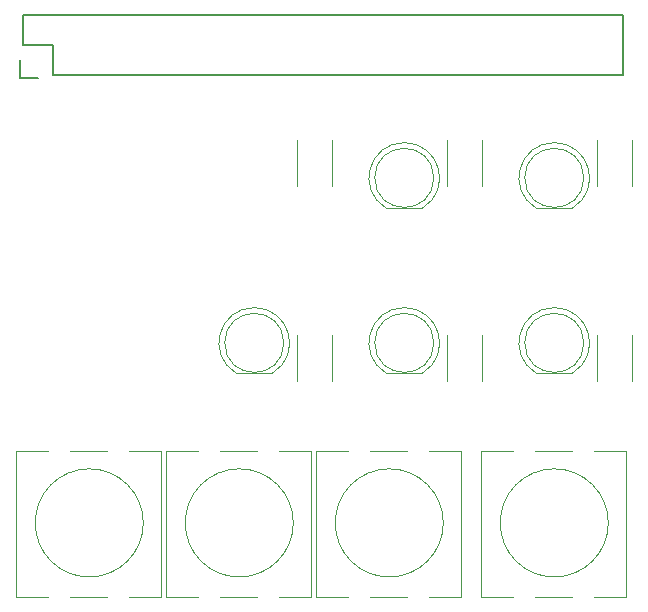
<source format=gbr>
G04 #@! TF.FileFunction,Legend,Top*
%FSLAX46Y46*%
G04 Gerber Fmt 4.6, Leading zero omitted, Abs format (unit mm)*
G04 Created by KiCad (PCBNEW 4.0.7) date 01/22/18 00:42:11*
%MOMM*%
%LPD*%
G01*
G04 APERTURE LIST*
%ADD10C,0.100000*%
%ADD11C,0.150000*%
%ADD12C,0.120000*%
G04 APERTURE END LIST*
D10*
D11*
X109970000Y-49720000D02*
X59170000Y-49720000D01*
X61710000Y-54800000D02*
X109970000Y-54800000D01*
X109970000Y-49720000D02*
X109970000Y-54800000D01*
X59170000Y-49720000D02*
X59170000Y-52260000D01*
X58890000Y-53530000D02*
X58890000Y-55080000D01*
X59170000Y-52260000D02*
X61710000Y-52260000D01*
X61710000Y-52260000D02*
X61710000Y-54800000D01*
X58890000Y-55080000D02*
X60440000Y-55080000D01*
D12*
X104140462Y-60510000D02*
G75*
G03X102595170Y-66060000I-462J-2990000D01*
G01*
X104139538Y-60510000D02*
G75*
G02X105684830Y-66060000I462J-2990000D01*
G01*
X106640000Y-63500000D02*
G75*
G03X106640000Y-63500000I-2500000J0D01*
G01*
X102595000Y-66060000D02*
X105685000Y-66060000D01*
X91440462Y-60510000D02*
G75*
G03X89895170Y-66060000I-462J-2990000D01*
G01*
X91439538Y-60510000D02*
G75*
G02X92984830Y-66060000I462J-2990000D01*
G01*
X93940000Y-63500000D02*
G75*
G03X93940000Y-63500000I-2500000J0D01*
G01*
X89895000Y-66060000D02*
X92985000Y-66060000D01*
X104140462Y-74480000D02*
G75*
G03X102595170Y-80030000I-462J-2990000D01*
G01*
X104139538Y-74480000D02*
G75*
G02X105684830Y-80030000I462J-2990000D01*
G01*
X106640000Y-77470000D02*
G75*
G03X106640000Y-77470000I-2500000J0D01*
G01*
X102595000Y-80030000D02*
X105685000Y-80030000D01*
X91440462Y-74480000D02*
G75*
G03X89895170Y-80030000I-462J-2990000D01*
G01*
X91439538Y-74480000D02*
G75*
G02X92984830Y-80030000I462J-2990000D01*
G01*
X93940000Y-77470000D02*
G75*
G03X93940000Y-77470000I-2500000J0D01*
G01*
X89895000Y-80030000D02*
X92985000Y-80030000D01*
X78740462Y-74480000D02*
G75*
G03X77195170Y-80030000I-462J-2990000D01*
G01*
X78739538Y-74480000D02*
G75*
G02X80284830Y-80030000I462J-2990000D01*
G01*
X81240000Y-77470000D02*
G75*
G03X81240000Y-77470000I-2500000J0D01*
G01*
X77195000Y-80030000D02*
X80285000Y-80030000D01*
X85300000Y-60280000D02*
X85300000Y-64180000D01*
X82340000Y-64180000D02*
X82340000Y-60280000D01*
X107740000Y-64180000D02*
X107740000Y-60280000D01*
X110700000Y-60280000D02*
X110700000Y-64180000D01*
X95040000Y-64180000D02*
X95040000Y-60280000D01*
X98000000Y-60280000D02*
X98000000Y-64180000D01*
X110700000Y-76790000D02*
X110700000Y-80690000D01*
X107740000Y-80690000D02*
X107740000Y-76790000D01*
X98000000Y-76790000D02*
X98000000Y-80690000D01*
X95040000Y-80690000D02*
X95040000Y-76790000D01*
X85300000Y-76790000D02*
X85300000Y-80690000D01*
X82340000Y-80690000D02*
X82340000Y-76790000D01*
X97950000Y-98960000D02*
X97950000Y-86660000D01*
X102530000Y-86660000D02*
X105670000Y-86660000D01*
X110250000Y-86660000D02*
X110250000Y-98960000D01*
X100670000Y-98960000D02*
X97950000Y-98960000D01*
X108719050Y-92710000D02*
G75*
G03X108719050Y-92710000I-4579050J0D01*
G01*
X110250000Y-98960000D02*
X107530000Y-98960000D01*
X105670000Y-98960000D02*
X102530000Y-98960000D01*
X107530000Y-86660000D02*
X110250000Y-86660000D01*
X97950000Y-86660000D02*
X100670000Y-86660000D01*
X83980000Y-98960000D02*
X83980000Y-86660000D01*
X88560000Y-86660000D02*
X91700000Y-86660000D01*
X96280000Y-86660000D02*
X96280000Y-98960000D01*
X86700000Y-98960000D02*
X83980000Y-98960000D01*
X94749050Y-92710000D02*
G75*
G03X94749050Y-92710000I-4579050J0D01*
G01*
X96280000Y-98960000D02*
X93560000Y-98960000D01*
X91700000Y-98960000D02*
X88560000Y-98960000D01*
X93560000Y-86660000D02*
X96280000Y-86660000D01*
X83980000Y-86660000D02*
X86700000Y-86660000D01*
X71280000Y-98960000D02*
X71280000Y-86660000D01*
X75860000Y-86660000D02*
X79000000Y-86660000D01*
X83580000Y-86660000D02*
X83580000Y-98960000D01*
X74000000Y-98960000D02*
X71280000Y-98960000D01*
X82049050Y-92710000D02*
G75*
G03X82049050Y-92710000I-4579050J0D01*
G01*
X83580000Y-98960000D02*
X80860000Y-98960000D01*
X79000000Y-98960000D02*
X75860000Y-98960000D01*
X80860000Y-86660000D02*
X83580000Y-86660000D01*
X71280000Y-86660000D02*
X74000000Y-86660000D01*
X58580000Y-98960000D02*
X58580000Y-86660000D01*
X63160000Y-86660000D02*
X66300000Y-86660000D01*
X70880000Y-86660000D02*
X70880000Y-98960000D01*
X61300000Y-98960000D02*
X58580000Y-98960000D01*
X69349050Y-92710000D02*
G75*
G03X69349050Y-92710000I-4579050J0D01*
G01*
X70880000Y-98960000D02*
X68160000Y-98960000D01*
X66300000Y-98960000D02*
X63160000Y-98960000D01*
X68160000Y-86660000D02*
X70880000Y-86660000D01*
X58580000Y-86660000D02*
X61300000Y-86660000D01*
M02*

</source>
